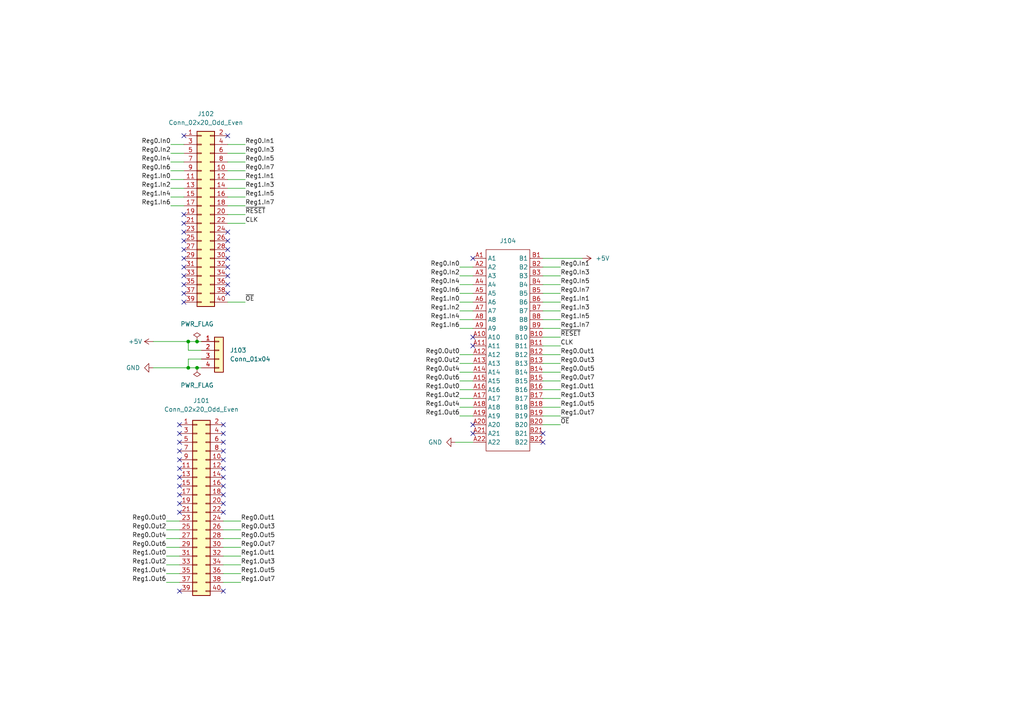
<source format=kicad_sch>
(kicad_sch (version 20231120) (generator "eeschema") (generator_version "8.0")
  (paper "A4")
  (title_block (title "Register with Reset Test Connector") (rev "0"))
  (lib_symbols
    (symbol "BoardEdgeConnectors:TE-5530843-4"
      (property "Reference" "J" (at -0.254 30.988 0))
      (symbol "TE-5530843-4_0_1"
        (rectangle (start -6.35 29.21) (end 6.35 -29.21))
      )
      (symbol "TE-5530843-4_1_1"
        (pin passive line (at -10.16 26.67 0) (length 3.81) (name "A1") (number "A1"))
        (pin passive line (at -10.16 3.81 0) (length 3.81) (name "A10") (number "A10"))
        (pin passive line (at -10.16 1.27 0) (length 3.81) (name "A11") (number "A11"))
        (pin passive line (at -10.16 -1.27 0) (length 3.81) (name "A12") (number "A12"))
        (pin passive line (at -10.16 -3.81 0) (length 3.81) (name "A13") (number "A13"))
        (pin passive line (at -10.16 -6.35 0) (length 3.81) (name "A14") (number "A14"))
        (pin passive line (at -10.16 -8.89 0) (length 3.81) (name "A15") (number "A15"))
        (pin passive line (at -10.16 -11.43 0) (length 3.81) (name "A16") (number "A16"))
        (pin passive line (at -10.16 -13.97 0) (length 3.81) (name "A17") (number "A17"))
        (pin passive line (at -10.16 -16.51 0) (length 3.81) (name "A18") (number "A18"))
        (pin passive line (at -10.16 -19.05 0) (length 3.81) (name "A19") (number "A19"))
        (pin passive line (at -10.16 24.13 0) (length 3.81) (name "A2") (number "A2"))
        (pin passive line (at -10.16 -21.59 0) (length 3.81) (name "A20") (number "A20"))
        (pin passive line (at -10.16 -24.13 0) (length 3.81) (name "A21") (number "A21"))
        (pin passive line (at -10.16 -26.67 0) (length 3.81) (name "A22") (number "A22"))
        (pin passive line (at -10.16 21.59 0) (length 3.81) (name "A3") (number "A3"))
        (pin passive line (at -10.16 19.05 0) (length 3.81) (name "A4") (number "A4"))
        (pin passive line (at -10.16 16.51 0) (length 3.81) (name "A5") (number "A5"))
        (pin passive line (at -10.16 13.97 0) (length 3.81) (name "A6") (number "A6"))
        (pin passive line (at -10.16 11.43 0) (length 3.81) (name "A7") (number "A7"))
        (pin passive line (at -10.16 8.89 0) (length 3.81) (name "A8") (number "A8"))
        (pin passive line (at -10.16 6.35 0) (length 3.81) (name "A9") (number "A9"))
        (pin passive line (at 10.16 26.67 180) (length 3.81) (name "B1") (number "B1"))
        (pin passive line (at 10.16 3.81 180) (length 3.81) (name "B10") (number "B10"))
        (pin passive line (at 10.16 1.27 180) (length 3.81) (name "B11") (number "B11"))
        (pin passive line (at 10.16 -1.27 180) (length 3.81) (name "B12") (number "B12"))
        (pin passive line (at 10.16 -3.81 180) (length 3.81) (name "B13") (number "B13"))
        (pin passive line (at 10.16 -6.35 180) (length 3.81) (name "B14") (number "B14"))
        (pin passive line (at 10.16 -8.89 180) (length 3.81) (name "B15") (number "B15"))
        (pin passive line (at 10.16 -11.43 180) (length 3.81) (name "B16") (number "B16"))
        (pin passive line (at 10.16 -13.97 180) (length 3.81) (name "B17") (number "B17"))
        (pin passive line (at 10.16 -16.51 180) (length 3.81) (name "B18") (number "B18"))
        (pin passive line (at 10.16 -19.05 180) (length 3.81) (name "B19") (number "B19"))
        (pin passive line (at 10.16 24.13 180) (length 3.81) (name "B2") (number "B2"))
        (pin passive line (at 10.16 -21.59 180) (length 3.81) (name "B20") (number "B20"))
        (pin passive line (at 10.16 -24.13 180) (length 3.81) (name "B21") (number "B21"))
        (pin passive line (at 10.16 -26.67 180) (length 3.81) (name "B22") (number "B22"))
        (pin passive line (at 10.16 21.59 180) (length 3.81) (name "B3") (number "B3"))
        (pin passive line (at 10.16 19.05 180) (length 3.81) (name "B4") (number "B4"))
        (pin passive line (at 10.16 16.51 180) (length 3.81) (name "B5") (number "B5"))
        (pin passive line (at 10.16 13.97 180) (length 3.81) (name "B6") (number "B6"))
        (pin passive line (at 10.16 11.43 180) (length 3.81) (name "B7") (number "B7"))
        (pin passive line (at 10.16 8.89 180) (length 3.81) (name "B8") (number "B8"))
        (pin passive line (at 10.16 6.35 180) (length 3.81) (name "B9") (number "B9"))
      )
    )
    (symbol "Connector_Generic:Conn_01x04" (pin_names (offset 1.016) hide)
      (property "Reference" "J" (at 0 5.08 0))
      (property "Value" "Conn_01x04" (at 0 -7.62 0))
      (symbol "Conn_01x04_1_1"
        (rectangle (start -1.27 -4.953) (end 0 -5.207) (stroke (width 0.1524)))
        (rectangle (start -1.27 -2.413) (end 0 -2.667) (stroke (width 0.1524)))
        (rectangle (start -1.27 0.127) (end 0 -0.127) (stroke (width 0.1524)))
        (rectangle (start -1.27 2.667) (end 0 2.413) (stroke (width 0.1524)))
        (rectangle (start -1.27 3.81) (end 1.27 -6.35) (stroke (width 0.254)) (fill (type background)))
        (pin passive line (at -5.08 2.54 0) (length 3.81) (name "Pin_1") (number "1"))
        (pin passive line (at -5.08 0 0) (length 3.81) (name "Pin_2") (number "2"))
        (pin passive line (at -5.08 -2.54 0) (length 3.81) (name "Pin_3") (number "3"))
        (pin passive line (at -5.08 -5.08 0) (length 3.81) (name "Pin_4") (number "4"))
      )
    )
    (symbol "Connector_Generic:Conn_02x20_Odd_Even" (pin_names (offset 1.016) hide)
      (property "Reference" "J" (at 1.27 25.4 0))
      (property "Value" "Conn_02x20_Odd_Even" (at 1.27 -27.94 0))
      (symbol "Conn_02x20_Odd_Even_1_1"
        (rectangle (start -1.27 -25.273) (end 0 -25.527) (stroke (width 0.1524)))
        (rectangle (start -1.27 -22.733) (end 0 -22.987) (stroke (width 0.1524)))
        (rectangle (start -1.27 -20.193) (end 0 -20.447) (stroke (width 0.1524)))
        (rectangle (start -1.27 -17.653) (end 0 -17.907) (stroke (width 0.1524)))
        (rectangle (start -1.27 -15.113) (end 0 -15.367) (stroke (width 0.1524)))
        (rectangle (start -1.27 -12.573) (end 0 -12.827) (stroke (width 0.1524)))
        (rectangle (start -1.27 -10.033) (end 0 -10.287) (stroke (width 0.1524)))
        (rectangle (start -1.27 -7.493) (end 0 -7.747) (stroke (width 0.1524)))
        (rectangle (start -1.27 -4.953) (end 0 -5.207) (stroke (width 0.1524)))
        (rectangle (start -1.27 -2.413) (end 0 -2.667) (stroke (width 0.1524)))
        (rectangle (start -1.27 0.127) (end 0 -0.127) (stroke (width 0.1524)))
        (rectangle (start -1.27 2.667) (end 0 2.413) (stroke (width 0.1524)))
        (rectangle (start -1.27 5.207) (end 0 4.953) (stroke (width 0.1524)))
        (rectangle (start -1.27 7.747) (end 0 7.493) (stroke (width 0.1524)))
        (rectangle (start -1.27 10.287) (end 0 10.033) (stroke (width 0.1524)))
        (rectangle (start -1.27 12.827) (end 0 12.573) (stroke (width 0.1524)))
        (rectangle (start -1.27 15.367) (end 0 15.113) (stroke (width 0.1524)))
        (rectangle (start -1.27 17.907) (end 0 17.653) (stroke (width 0.1524)))
        (rectangle (start -1.27 20.447) (end 0 20.193) (stroke (width 0.1524)))
        (rectangle (start -1.27 22.987) (end 0 22.733) (stroke (width 0.1524)))
        (rectangle (start -1.27 24.13) (end 3.81 -26.67) (stroke (width 0.254)) (fill (type background)))
        (rectangle (start 3.81 -25.273) (end 2.54 -25.527) (stroke (width 0.1524)))
        (rectangle (start 3.81 -22.733) (end 2.54 -22.987) (stroke (width 0.1524)))
        (rectangle (start 3.81 -20.193) (end 2.54 -20.447) (stroke (width 0.1524)))
        (rectangle (start 3.81 -17.653) (end 2.54 -17.907) (stroke (width 0.1524)))
        (rectangle (start 3.81 -15.113) (end 2.54 -15.367) (stroke (width 0.1524)))
        (rectangle (start 3.81 -12.573) (end 2.54 -12.827) (stroke (width 0.1524)))
        (rectangle (start 3.81 -10.033) (end 2.54 -10.287) (stroke (width 0.1524)))
        (rectangle (start 3.81 -7.493) (end 2.54 -7.747) (stroke (width 0.1524)))
        (rectangle (start 3.81 -4.953) (end 2.54 -5.207) (stroke (width 0.1524)))
        (rectangle (start 3.81 -2.413) (end 2.54 -2.667) (stroke (width 0.1524)))
        (rectangle (start 3.81 0.127) (end 2.54 -0.127) (stroke (width 0.1524)))
        (rectangle (start 3.81 2.667) (end 2.54 2.413) (stroke (width 0.1524)))
        (rectangle (start 3.81 5.207) (end 2.54 4.953) (stroke (width 0.1524)))
        (rectangle (start 3.81 7.747) (end 2.54 7.493) (stroke (width 0.1524)))
        (rectangle (start 3.81 10.287) (end 2.54 10.033) (stroke (width 0.1524)))
        (rectangle (start 3.81 12.827) (end 2.54 12.573) (stroke (width 0.1524)))
        (rectangle (start 3.81 15.367) (end 2.54 15.113) (stroke (width 0.1524)))
        (rectangle (start 3.81 17.907) (end 2.54 17.653) (stroke (width 0.1524)))
        (rectangle (start 3.81 20.447) (end 2.54 20.193) (stroke (width 0.1524)))
        (rectangle (start 3.81 22.987) (end 2.54 22.733) (stroke (width 0.1524)))
        (pin passive line (at -5.08 22.86 0) (length 3.81) (name "Pin_1") (number "1"))
        (pin passive line (at 7.62 12.7 180) (length 3.81) (name "Pin_10") (number "10"))
        (pin passive line (at -5.08 10.16 0) (length 3.81) (name "Pin_11") (number "11"))
        (pin passive line (at 7.62 10.16 180) (length 3.81) (name "Pin_12") (number "12"))
        (pin passive line (at -5.08 7.62 0) (length 3.81) (name "Pin_13") (number "13"))
        (pin passive line (at 7.62 7.62 180) (length 3.81) (name "Pin_14") (number "14"))
        (pin passive line (at -5.08 5.08 0) (length 3.81) (name "Pin_15") (number "15"))
        (pin passive line (at 7.62 5.08 180) (length 3.81) (name "Pin_16") (number "16"))
        (pin passive line (at -5.08 2.54 0) (length 3.81) (name "Pin_17") (number "17"))
        (pin passive line (at 7.62 2.54 180) (length 3.81) (name "Pin_18") (number "18"))
        (pin passive line (at -5.08 0 0) (length 3.81) (name "Pin_19") (number "19"))
        (pin passive line (at 7.62 22.86 180) (length 3.81) (name "Pin_2") (number "2"))
        (pin passive line (at 7.62 0 180) (length 3.81) (name "Pin_20") (number "20"))
        (pin passive line (at -5.08 -2.54 0) (length 3.81) (name "Pin_21") (number "21"))
        (pin passive line (at 7.62 -2.54 180) (length 3.81) (name "Pin_22") (number "22"))
        (pin passive line (at -5.08 -5.08 0) (length 3.81) (name "Pin_23") (number "23"))
        (pin passive line (at 7.62 -5.08 180) (length 3.81) (name "Pin_24") (number "24"))
        (pin passive line (at -5.08 -7.62 0) (length 3.81) (name "Pin_25") (number "25"))
        (pin passive line (at 7.62 -7.62 180) (length 3.81) (name "Pin_26") (number "26"))
        (pin passive line (at -5.08 -10.16 0) (length 3.81) (name "Pin_27") (number "27"))
        (pin passive line (at 7.62 -10.16 180) (length 3.81) (name "Pin_28") (number "28"))
        (pin passive line (at -5.08 -12.7 0) (length 3.81) (name "Pin_29") (number "29"))
        (pin passive line (at -5.08 20.32 0) (length 3.81) (name "Pin_3") (number "3"))
        (pin passive line (at 7.62 -12.7 180) (length 3.81) (name "Pin_30") (number "30"))
        (pin passive line (at -5.08 -15.24 0) (length 3.81) (name "Pin_31") (number "31"))
        (pin passive line (at 7.62 -15.24 180) (length 3.81) (name "Pin_32") (number "32"))
        (pin passive line (at -5.08 -17.78 0) (length 3.81) (name "Pin_33") (number "33"))
        (pin passive line (at 7.62 -17.78 180) (length 3.81) (name "Pin_34") (number "34"))
        (pin passive line (at -5.08 -20.32 0) (length 3.81) (name "Pin_35") (number "35"))
        (pin passive line (at 7.62 -20.32 180) (length 3.81) (name "Pin_36") (number "36"))
        (pin passive line (at -5.08 -22.86 0) (length 3.81) (name "Pin_37") (number "37"))
        (pin passive line (at 7.62 -22.86 180) (length 3.81) (name "Pin_38") (number "38"))
        (pin passive line (at -5.08 -25.4 0) (length 3.81) (name "Pin_39") (number "39"))
        (pin passive line (at 7.62 20.32 180) (length 3.81) (name "Pin_4") (number "4"))
        (pin passive line (at 7.62 -25.4 180) (length 3.81) (name "Pin_40") (number "40"))
        (pin passive line (at -5.08 17.78 0) (length 3.81) (name "Pin_5") (number "5"))
        (pin passive line (at 7.62 17.78 180) (length 3.81) (name "Pin_6") (number "6"))
        (pin passive line (at -5.08 15.24 0) (length 3.81) (name "Pin_7") (number "7"))
        (pin passive line (at 7.62 15.24 180) (length 3.81) (name "Pin_8") (number "8"))
        (pin passive line (at -5.08 12.7 0) (length 3.81) (name "Pin_9") (number "9"))
      )
    )
    (symbol "power:+5V" (power) (pin_names (offset 0))
      (property "Value" "+5V" (at 0 3.556 0))
      (symbol "+5V_0_1"
        (polyline (pts (xy -0.762 1.27) (xy 0 2.54)))
        (polyline (pts (xy 0 0) (xy 0 2.54)))
        (polyline (pts (xy 0 2.54) (xy 0.762 1.27)))
      )
      (symbol "+5V_1_1"
        (pin power_in line (at 0 0 90) (length 0) hide (name "+5V") (number "1"))
      )
    )
    (symbol "power:GND" (power) (pin_names (offset 0))
      (property "Value" "GND" (at 0 -3.81 0))
      (symbol "GND_0_1"
        (polyline (pts (xy 0 0) (xy 0 -1.27) (xy 1.27 -1.27) (xy 0 -2.54) (xy -1.27 -1.27) (xy 0 -1.27)))
      )
      (symbol "GND_1_1"
        (pin power_in line (at 0 0 270) (length 0) hide (name "GND") (number "1"))
      )
    )
    (symbol "power:PWR_FLAG" (power) (pin_numbers hide) (pin_names (offset 0) hide)
      (property "Value" "PWR_FLAG" (at 0 3.81 0))
      (symbol "PWR_FLAG_0_0"
        (pin power_out line (at 0 0 90) (length 0) (name "pwr") (number "1"))
      )
      (symbol "PWR_FLAG_0_1"
        (polyline (pts (xy 0 0) (xy 0 1.27) (xy -1.016 1.905) (xy 0 2.54) (xy 1.016 1.905) (xy 0 1.27)))
      )
    )
  )
  (junction (at 54.61 106.68))
  (junction (at 54.61 99.06))
  (junction (at 57.15 106.68))
  (junction (at 57.15 99.06))
  (no_connect (at 52.07 125.73))
  (no_connect (at 64.77 128.27))
  (no_connect (at 53.34 67.31))
  (no_connect (at 53.34 87.63))
  (no_connect (at 52.07 128.27))
  (no_connect (at 64.77 171.45))
  (no_connect (at 53.34 72.39))
  (no_connect (at 52.07 135.89))
  (no_connect (at 53.34 82.55))
  (no_connect (at 66.04 77.47))
  (no_connect (at 53.34 69.85))
  (no_connect (at 137.16 97.79))
  (no_connect (at 52.07 123.19))
  (no_connect (at 52.07 133.35))
  (no_connect (at 53.34 77.47))
  (no_connect (at 64.77 130.81))
  (no_connect (at 64.77 125.73))
  (no_connect (at 64.77 135.89))
  (no_connect (at 64.77 140.97))
  (no_connect (at 66.04 74.93))
  (no_connect (at 64.77 148.59))
  (no_connect (at 66.04 85.09))
  (no_connect (at 157.48 125.73))
  (no_connect (at 52.07 148.59))
  (no_connect (at 66.04 69.85))
  (no_connect (at 52.07 130.81))
  (no_connect (at 64.77 133.35))
  (no_connect (at 137.16 74.93))
  (no_connect (at 52.07 143.51))
  (no_connect (at 53.34 80.01))
  (no_connect (at 66.04 80.01))
  (no_connect (at 64.77 143.51))
  (no_connect (at 53.34 74.93))
  (no_connect (at 64.77 146.05))
  (no_connect (at 66.04 39.37))
  (no_connect (at 53.34 85.09))
  (no_connect (at 66.04 72.39))
  (no_connect (at 53.34 64.77))
  (no_connect (at 137.16 100.33))
  (no_connect (at 52.07 140.97))
  (no_connect (at 64.77 138.43))
  (no_connect (at 52.07 171.45))
  (no_connect (at 157.48 128.27))
  (no_connect (at 66.04 67.31))
  (no_connect (at 52.07 146.05))
  (no_connect (at 66.04 82.55))
  (no_connect (at 64.77 123.19))
  (no_connect (at 53.34 62.23))
  (no_connect (at 52.07 138.43))
  (no_connect (at 137.16 125.73))
  (no_connect (at 53.34 39.37))
  (no_connect (at 137.16 123.19))
  (wire (pts (xy 133.35 92.71) (xy 137.16 92.71)))
  (wire (pts (xy 64.77 161.29) (xy 69.85 161.29)))
  (wire (pts (xy 133.35 87.63) (xy 137.16 87.63)))
  (wire (pts (xy 157.48 105.41) (xy 162.56 105.41)))
  (wire (pts (xy 66.04 54.61) (xy 71.12 54.61)))
  (wire (pts (xy 64.77 151.13) (xy 69.85 151.13)))
  (wire (pts (xy 66.04 59.69) (xy 71.12 59.69)))
  (wire (pts (xy 57.15 99.06) (xy 58.42 99.06)))
  (wire (pts (xy 157.48 92.71) (xy 162.56 92.71)))
  (wire (pts (xy 48.26 153.67) (xy 52.07 153.67)))
  (wire (pts (xy 44.45 99.06) (xy 54.61 99.06)))
  (wire (pts (xy 49.53 59.69) (xy 53.34 59.69)))
  (wire (pts (xy 133.35 115.57) (xy 137.16 115.57)))
  (wire (pts (xy 157.48 100.33) (xy 162.56 100.33)))
  (wire (pts (xy 49.53 46.99) (xy 53.34 46.99)))
  (wire (pts (xy 157.48 80.01) (xy 162.56 80.01)))
  (wire (pts (xy 48.26 168.91) (xy 52.07 168.91)))
  (wire (pts (xy 49.53 52.07) (xy 53.34 52.07)))
  (wire (pts (xy 157.48 115.57) (xy 162.56 115.57)))
  (wire (pts (xy 157.48 120.65) (xy 162.56 120.65)))
  (wire (pts (xy 44.45 106.68) (xy 54.61 106.68)))
  (wire (pts (xy 54.61 104.14) (xy 54.61 106.68)))
  (wire (pts (xy 66.04 44.45) (xy 71.12 44.45)))
  (wire (pts (xy 133.35 82.55) (xy 137.16 82.55)))
  (wire (pts (xy 49.53 54.61) (xy 53.34 54.61)))
  (wire (pts (xy 157.48 102.87) (xy 162.56 102.87)))
  (wire (pts (xy 49.53 41.91) (xy 53.34 41.91)))
  (wire (pts (xy 66.04 49.53) (xy 71.12 49.53)))
  (wire (pts (xy 58.42 101.6) (xy 54.61 101.6)))
  (wire (pts (xy 64.77 158.75) (xy 69.85 158.75)))
  (wire (pts (xy 157.48 74.93) (xy 168.91 74.93)))
  (wire (pts (xy 157.48 95.25) (xy 162.56 95.25)))
  (wire (pts (xy 48.26 163.83) (xy 52.07 163.83)))
  (wire (pts (xy 133.35 80.01) (xy 137.16 80.01)))
  (wire (pts (xy 66.04 62.23) (xy 71.12 62.23)))
  (wire (pts (xy 157.48 85.09) (xy 162.56 85.09)))
  (wire (pts (xy 133.35 95.25) (xy 137.16 95.25)))
  (wire (pts (xy 157.48 90.17) (xy 162.56 90.17)))
  (wire (pts (xy 133.35 77.47) (xy 137.16 77.47)))
  (wire (pts (xy 133.35 85.09) (xy 137.16 85.09)))
  (wire (pts (xy 48.26 156.21) (xy 52.07 156.21)))
  (wire (pts (xy 66.04 87.63) (xy 71.12 87.63)))
  (wire (pts (xy 66.04 57.15) (xy 71.12 57.15)))
  (wire (pts (xy 133.35 102.87) (xy 137.16 102.87)))
  (wire (pts (xy 64.77 153.67) (xy 69.85 153.67)))
  (wire (pts (xy 48.26 166.37) (xy 52.07 166.37)))
  (wire (pts (xy 133.35 120.65) (xy 137.16 120.65)))
  (wire (pts (xy 133.35 110.49) (xy 137.16 110.49)))
  (wire (pts (xy 58.42 104.14) (xy 54.61 104.14)))
  (wire (pts (xy 133.35 113.03) (xy 137.16 113.03)))
  (wire (pts (xy 157.48 123.19) (xy 162.56 123.19)))
  (wire (pts (xy 48.26 151.13) (xy 52.07 151.13)))
  (wire (pts (xy 157.48 77.47) (xy 162.56 77.47)))
  (wire (pts (xy 157.48 110.49) (xy 162.56 110.49)))
  (wire (pts (xy 54.61 101.6) (xy 54.61 99.06)))
  (wire (pts (xy 133.35 105.41) (xy 137.16 105.41)))
  (wire (pts (xy 57.15 106.68) (xy 58.42 106.68)))
  (wire (pts (xy 49.53 44.45) (xy 53.34 44.45)))
  (wire (pts (xy 157.48 87.63) (xy 162.56 87.63)))
  (wire (pts (xy 64.77 156.21) (xy 69.85 156.21)))
  (wire (pts (xy 133.35 107.95) (xy 137.16 107.95)))
  (wire (pts (xy 66.04 41.91) (xy 71.12 41.91)))
  (wire (pts (xy 48.26 161.29) (xy 52.07 161.29)))
  (wire (pts (xy 157.48 82.55) (xy 162.56 82.55)))
  (wire (pts (xy 66.04 64.77) (xy 71.12 64.77)))
  (wire (pts (xy 64.77 166.37) (xy 69.85 166.37)))
  (wire (pts (xy 54.61 106.68) (xy 57.15 106.68)))
  (wire (pts (xy 133.35 118.11) (xy 137.16 118.11)))
  (wire (pts (xy 157.48 107.95) (xy 162.56 107.95)))
  (wire (pts (xy 66.04 52.07) (xy 71.12 52.07)))
  (wire (pts (xy 49.53 49.53) (xy 53.34 49.53)))
  (wire (pts (xy 132.08 128.27) (xy 137.16 128.27)))
  (wire (pts (xy 66.04 46.99) (xy 71.12 46.99)))
  (wire (pts (xy 54.61 99.06) (xy 57.15 99.06)))
  (wire (pts (xy 49.53 57.15) (xy 53.34 57.15)))
  (wire (pts (xy 48.26 158.75) (xy 52.07 158.75)))
  (wire (pts (xy 157.48 118.11) (xy 162.56 118.11)))
  (wire (pts (xy 157.48 113.03) (xy 162.56 113.03)))
  (wire (pts (xy 64.77 163.83) (xy 69.85 163.83)))
  (wire (pts (xy 133.35 90.17) (xy 137.16 90.17)))
  (wire (pts (xy 64.77 168.91) (xy 69.85 168.91)))
  (wire (pts (xy 157.48 97.79) (xy 162.56 97.79)))
  (label "CLK" (at 71.12 64.77 0))
  (label "Reg0.Out5" (at 69.85 156.21 0))
  (label "Reg1.Out6" (at 133.35 120.65 180))
  (label "Reg0.In5" (at 71.12 46.99 0))
  (label "Reg1.In2" (at 49.53 54.61 180))
  (label "Reg0.In3" (at 162.56 80.01 0))
  (label "Reg1.In5" (at 71.12 57.15 0))
  (label "Reg0.Out7" (at 69.85 158.75 0))
  (label "~{OE}" (at 71.12 87.63 0))
  (label "Reg0.In7" (at 71.12 49.53 0))
  (label "Reg0.Out1" (at 162.56 102.87 0))
  (label "Reg1.In1" (at 71.12 52.07 0))
  (label "Reg1.In0" (at 133.35 87.63 180))
  (label "Reg0.In5" (at 162.56 82.55 0))
  (label "Reg0.In7" (at 162.56 85.09 0))
  (label "Reg0.Out3" (at 162.56 105.41 0))
  (label "Reg1.In3" (at 71.12 54.61 0))
  (label "Reg0.Out6" (at 48.26 158.75 180))
  (label "Reg1.In7" (at 71.12 59.69 0))
  (label "Reg1.In0" (at 49.53 52.07 180))
  (label "Reg1.Out5" (at 69.85 166.37 0))
  (label "Reg0.Out4" (at 133.35 107.95 180))
  (label "Reg0.In6" (at 133.35 85.09 180))
  (label "Reg1.In1" (at 162.56 87.63 0))
  (label "Reg1.In2" (at 133.35 90.17 180))
  (label "Reg1.In3" (at 162.56 90.17 0))
  (label "Reg1.Out2" (at 48.26 163.83 180))
  (label "Reg0.Out5" (at 162.56 107.95 0))
  (label "Reg1.Out7" (at 162.56 120.65 0))
  (label "Reg0.In0" (at 49.53 41.91 180))
  (label "Reg0.Out2" (at 48.26 153.67 180))
  (label "Reg0.In1" (at 162.56 77.47 0))
  (label "Reg0.In2" (at 49.53 44.45 180))
  (label "Reg0.In1" (at 71.12 41.91 0))
  (label "Reg0.In2" (at 133.35 80.01 180))
  (label "Reg0.Out0" (at 48.26 151.13 180))
  (label "~{RESET}" (at 71.12 62.23 0))
  (label "Reg0.In3" (at 71.12 44.45 0))
  (label "Reg1.Out7" (at 69.85 168.91 0))
  (label "CLK" (at 162.56 100.33 0))
  (label "Reg1.Out0" (at 133.35 113.03 180))
  (label "Reg1.In4" (at 49.53 57.15 180))
  (label "Reg0.Out4" (at 48.26 156.21 180))
  (label "Reg1.Out1" (at 69.85 161.29 0))
  (label "Reg1.Out6" (at 48.26 168.91 180))
  (label "Reg1.Out4" (at 48.26 166.37 180))
  (label "Reg0.Out1" (at 69.85 151.13 0))
  (label "Reg1.In7" (at 162.56 95.25 0))
  (label "Reg0.In4" (at 49.53 46.99 180))
  (label "Reg0.Out3" (at 69.85 153.67 0))
  (label "Reg0.Out0" (at 133.35 102.87 180))
  (label "Reg0.In4" (at 133.35 82.55 180))
  (label "Reg1.Out3" (at 69.85 163.83 0))
  (label "Reg0.Out7" (at 162.56 110.49 0))
  (label "Reg0.In0" (at 133.35 77.47 180))
  (label "Reg1.Out4" (at 133.35 118.11 180))
  (label "Reg0.Out2" (at 133.35 105.41 180))
  (label "Reg1.In5" (at 162.56 92.71 0))
  (label "Reg1.Out5" (at 162.56 118.11 0))
  (label "Reg0.In6" (at 49.53 49.53 180))
  (label "Reg1.Out3" (at 162.56 115.57 0))
  (label "Reg1.In6" (at 133.35 95.25 180))
  (label "Reg1.In4" (at 133.35 92.71 180))
  (label "Reg1.Out1" (at 162.56 113.03 0))
  (label "Reg1.In6" (at 49.53 59.69 180))
  (label "~{OE}" (at 162.56 123.19 0))
  (label "Reg0.Out6" (at 133.35 110.49 180))
  (label "Reg1.Out0" (at 48.26 161.29 180))
  (label "Reg1.Out2" (at 133.35 115.57 180))
  (label "~{RESET}" (at 162.56 97.79 0))
  (symbol (lib_id "power:GND") (at 44.45 106.68 270) (unit 1)
    (property "Reference" "#PWR0102" (effects (hide yes)))
    (property "Value" "GND" (at 40.64 106.6799 90) (effects (justify right)))
  )
  (symbol (lib_id "Connector_Generic:Conn_01x04") (at 63.5 101.6 0) (unit 1)
    (property "Reference" "J103" (at 66.675 101.5999 0) (effects (justify left)))
    (property "Value" "Conn_01x04" (at 66.675 104.1399 0) (effects (justify left)))
    (property "Footprint" "Connector_PinHeader_2.54mm:PinHeader_1x04_P2.54mm_Vertical" (effects (hide yes)))
  )
  (symbol (lib_id "Connector_Generic:Conn_02x20_Odd_Even") (at 57.15 146.05 0) (unit 1)
    (property "Reference" "J101" (at 58.42 116.205 0))
    (property "Value" "Conn_02x20_Odd_Even" (at 58.42 118.745 0))
    (property "Footprint" "Connector_PinHeader_2.54mm:PinHeader_2x20_P2.54mm_Vertical" (effects (hide yes)))
  )
  (symbol (lib_id "Connector_Generic:Conn_02x20_Odd_Even") (at 58.42 62.23 0) (unit 1)
    (property "Reference" "J102" (at 59.69 33.02 0))
    (property "Value" "Conn_02x20_Odd_Even" (at 59.69 35.56 0))
    (property "Footprint" "Connector_PinHeader_2.54mm:PinHeader_2x20_P2.54mm_Vertical" (effects (hide yes)))
  )
  (symbol (lib_id "power:PWR_FLAG") (at 57.15 106.68 180) (unit 1)
    (property "Reference" "#FLG0102" (effects (hide yes)))
    (property "Value" "PWR_FLAG" (at 57.15 111.76 0))
  )
  (symbol (lib_id "power:+5V") (at 44.45 99.06 90) (unit 1)
    (property "Reference" "#PWR0101" (effects (hide yes)))
    (property "Value" "+5V" (at 41.275 99.0599 90) (effects (justify left)))
  )
  (symbol (lib_id "BoardEdgeConnectors:TE-5530843-4") (at 147.32 101.6 0) (unit 1)
    (property "Reference" "J104" (at 147.32 69.85 0))
    (property "Footprint" "BoardEdgeConnectors:TE-5530843-4-Mount" (effects (hide yes)))
    (property "Datasheet" "https://www.te.com/en/product-5530843-4.html" (effects (hide yes)))
    (property "Description" "44 contact board edge connector" (effects (hide yes)))
  )
  (symbol (lib_id "power:+5V") (at 168.91 74.93 270) (unit 1)
    (property "Reference" "#PWR0104" (effects (hide yes)))
    (property "Value" "+5V" (at 172.72 74.9299 90) (effects (justify left)))
    (property "Description" "Power symbol creates a global label with name \"+5V\"" (effects (hide yes)))
  )
  (symbol (lib_id "power:GND") (at 132.08 128.27 270) (unit 1)
    (property "Reference" "#PWR0103" (effects (hide yes)))
    (property "Value" "GND" (at 128.27 128.2699 90) (effects (justify right)))
    (property "Description" "Power symbol creates a global label with name \"GND\" , ground" (effects (hide yes)))
  )
  (symbol (lib_id "power:PWR_FLAG") (at 57.15 99.06 0) (unit 1)
    (property "Reference" "#FLG0101" (effects (hide yes)))
    (property "Value" "PWR_FLAG" (at 57.15 93.98 0))
  )
)
</source>
